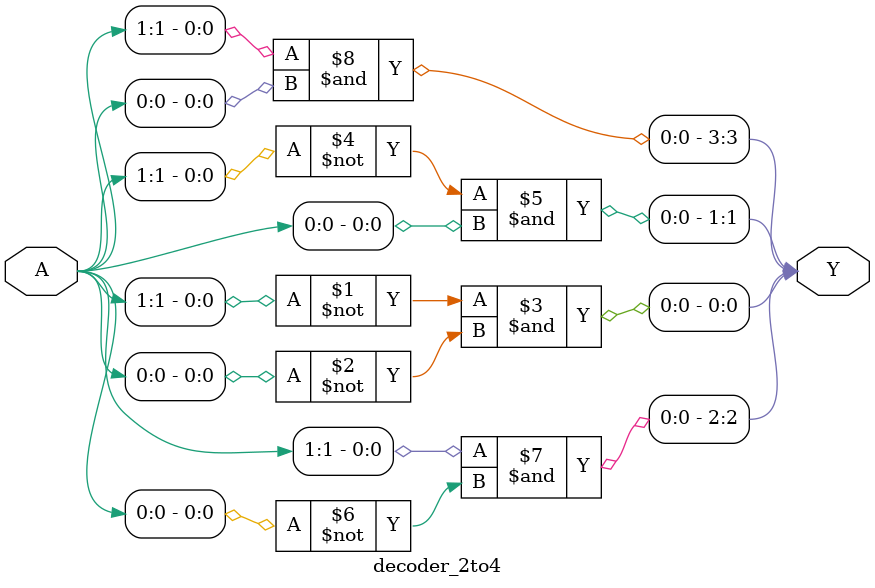
<source format=v>
module decoder_2to4(
    input [1:0] A,  // 2-bit input
    output [3:0] Y  // 4-bit output
);
    assign Y[0] = ~A[1] & ~A[0];
    assign Y[1] = ~A[1] &  A[0];
    assign Y[2] =  A[1] & ~A[0];
    assign Y[3] =  A[1] &  A[0];
endmodule

</source>
